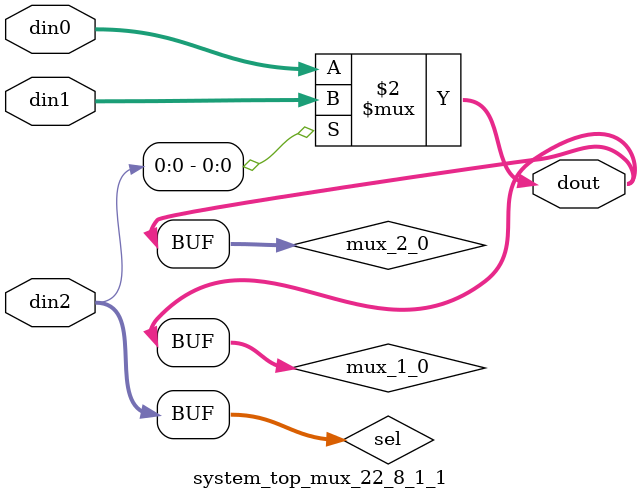
<source format=v>

`timescale 1ns/1ps

module system_top_mux_22_8_1_1 #(
parameter
    ID                = 0,
    NUM_STAGE         = 1,
    din0_WIDTH       = 32,
    din1_WIDTH       = 32,
    din2_WIDTH         = 32,
    dout_WIDTH            = 32
)(
    input  [7 : 0]     din0,
    input  [7 : 0]     din1,
    input  [1 : 0]    din2,
    output [7 : 0]   dout);

// puts internal signals
wire [1 : 0]     sel;
// level 1 signals
wire [7 : 0]         mux_1_0;
// level 2 signals
wire [7 : 0]         mux_2_0;

assign sel = din2;

// Generate level 1 logic
assign mux_1_0 = (sel[0] == 0)? din0 : din1;

// Generate level 2 logic
assign mux_2_0 = mux_1_0;

// output logic
assign dout = mux_2_0;

endmodule

</source>
